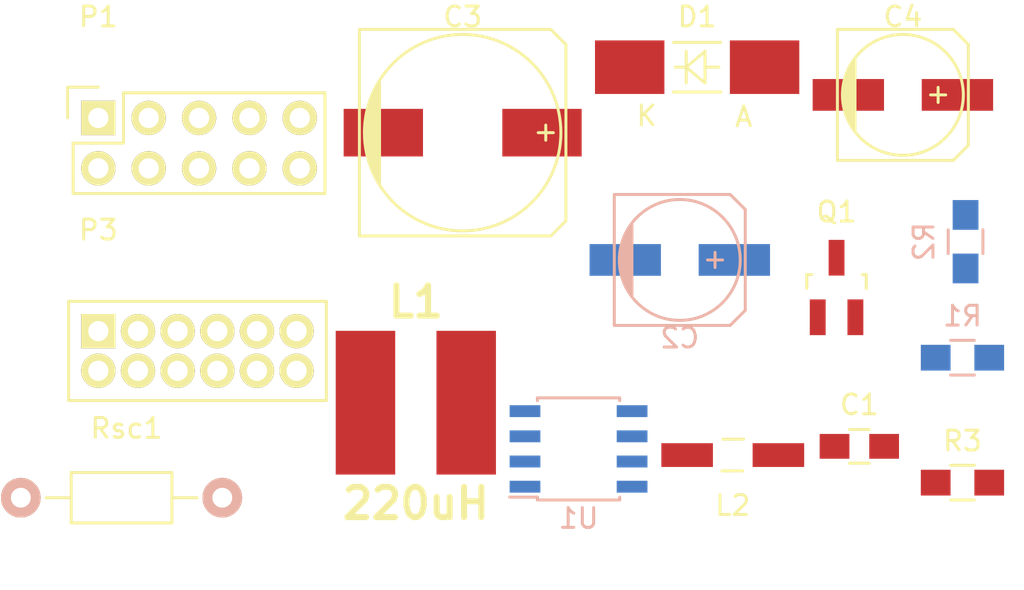
<source format=kicad_pcb>
(kicad_pcb (version 4) (host pcbnew "(2015-07-14 BZR 5938)-product")

  (general
    (links 29)
    (no_connects 29)
    (area 184.15 93.98 236.723333 124.14012)
    (thickness 1.6)
    (drawings 0)
    (tracks 0)
    (zones 0)
    (modules 15)
    (nets 11)
  )

  (page A4)
  (layers
    (0 F.Cu signal)
    (31 B.Cu signal)
    (32 B.Adhes user)
    (33 F.Adhes user)
    (34 B.Paste user)
    (35 F.Paste user)
    (36 B.SilkS user)
    (37 F.SilkS user)
    (38 B.Mask user)
    (39 F.Mask user)
    (40 Dwgs.User user)
    (41 Cmts.User user)
    (42 Eco1.User user)
    (43 Eco2.User user)
    (44 Edge.Cuts user)
    (45 Margin user)
    (46 B.CrtYd user)
    (47 F.CrtYd user)
    (48 B.Fab user)
    (49 F.Fab user)
  )

  (setup
    (last_trace_width 0.25)
    (trace_clearance 0.2)
    (zone_clearance 0.508)
    (zone_45_only no)
    (trace_min 0.2)
    (segment_width 0.2)
    (edge_width 0.1)
    (via_size 0.6)
    (via_drill 0.4)
    (via_min_size 0.4)
    (via_min_drill 0.3)
    (uvia_size 0.3)
    (uvia_drill 0.1)
    (uvias_allowed no)
    (uvia_min_size 0.2)
    (uvia_min_drill 0.1)
    (pcb_text_width 0.3)
    (pcb_text_size 1.5 1.5)
    (mod_edge_width 0.15)
    (mod_text_size 1 1)
    (mod_text_width 0.15)
    (pad_size 1.5 1.5)
    (pad_drill 0.6)
    (pad_to_mask_clearance 0)
    (aux_axis_origin 0 0)
    (visible_elements FFFFFF7F)
    (pcbplotparams
      (layerselection 0x00030_80000001)
      (usegerberextensions false)
      (excludeedgelayer true)
      (linewidth 0.020000)
      (plotframeref false)
      (viasonmask false)
      (mode 1)
      (useauxorigin false)
      (hpglpennumber 1)
      (hpglpenspeed 20)
      (hpglpendiameter 15)
      (hpglpenoverlay 2)
      (psnegative false)
      (psa4output false)
      (plotreference true)
      (plotvalue true)
      (plotinvisibletext false)
      (padsonsilk false)
      (subtractmaskfromsilk false)
      (outputformat 2)
      (mirror false)
      (drillshape 0)
      (scaleselection 1)
      (outputdirectory ""))
  )

  (net 0 "")
  (net 1 "Net-(C1-Pad1)")
  (net 2 GND)
  (net 3 +BATT)
  (net 4 "Net-(C3-Pad1)")
  (net 5 +3V3)
  (net 6 "Net-(D1-Pad1)")
  (net 7 /TX_OUT)
  (net 8 /TX_IN)
  (net 9 "Net-(R1-Pad1)")
  (net 10 "Net-(Rsc1-Pad2)")

  (net_class Default "This is the default net class."
    (clearance 0.2)
    (trace_width 0.25)
    (via_dia 0.6)
    (via_drill 0.4)
    (uvia_dia 0.3)
    (uvia_drill 0.1)
    (add_net +3V3)
    (add_net +BATT)
    (add_net /TX_IN)
    (add_net /TX_OUT)
    (add_net GND)
    (add_net "Net-(C1-Pad1)")
    (add_net "Net-(C3-Pad1)")
    (add_net "Net-(D1-Pad1)")
    (add_net "Net-(R1-Pad1)")
    (add_net "Net-(Rsc1-Pad2)")
  )

  (module Capacitors_SMD:C_0805_HandSoldering (layer F.Cu) (tedit 541A9B8D) (tstamp 55AAC343)
    (at 227.634524 116.765)
    (descr "Capacitor SMD 0805, hand soldering")
    (tags "capacitor 0805")
    (path /559E8F55)
    (attr smd)
    (fp_text reference C1 (at 0 -2.1) (layer F.SilkS)
      (effects (font (size 1 1) (thickness 0.15)))
    )
    (fp_text value 470pF (at 0 2.1) (layer F.Fab)
      (effects (font (size 1 1) (thickness 0.15)))
    )
    (fp_line (start -2.3 -1) (end 2.3 -1) (layer F.CrtYd) (width 0.05))
    (fp_line (start -2.3 1) (end 2.3 1) (layer F.CrtYd) (width 0.05))
    (fp_line (start -2.3 -1) (end -2.3 1) (layer F.CrtYd) (width 0.05))
    (fp_line (start 2.3 -1) (end 2.3 1) (layer F.CrtYd) (width 0.05))
    (fp_line (start 0.5 -0.85) (end -0.5 -0.85) (layer F.SilkS) (width 0.15))
    (fp_line (start -0.5 0.85) (end 0.5 0.85) (layer F.SilkS) (width 0.15))
    (pad 1 smd rect (at -1.25 0) (size 1.5 1.25) (layers F.Cu F.Paste F.Mask)
      (net 1 "Net-(C1-Pad1)"))
    (pad 2 smd rect (at 1.25 0) (size 1.5 1.25) (layers F.Cu F.Paste F.Mask)
      (net 2 GND))
    (model Capacitors_SMD.3dshapes/C_0805_HandSoldering.wrl
      (at (xyz 0 0 0))
      (scale (xyz 1 1 1))
      (rotate (xyz 0 0 0))
    )
  )

  (module Capacitors_SMD:c_elec_10x10.5 (layer F.Cu) (tedit 0) (tstamp 55AAC34F)
    (at 207.63075 100.947)
    (descr "SMT capacitor, aluminium electrolytic, 10x10.5")
    (path /559E91A2)
    (fp_text reference C3 (at 0 -5.842) (layer F.SilkS)
      (effects (font (size 1 1) (thickness 0.15)))
    )
    (fp_text value 470uF (at 0 5.842) (layer F.Fab)
      (effects (font (size 1 1) (thickness 0.15)))
    )
    (fp_line (start -4.826 1.016) (end -4.826 -1.016) (layer F.SilkS) (width 0.15))
    (fp_line (start -4.699 -1.397) (end -4.699 1.524) (layer F.SilkS) (width 0.15))
    (fp_line (start -4.572 1.778) (end -4.572 -1.778) (layer F.SilkS) (width 0.15))
    (fp_line (start -4.445 -2.159) (end -4.445 2.159) (layer F.SilkS) (width 0.15))
    (fp_line (start -4.318 2.413) (end -4.318 -2.413) (layer F.SilkS) (width 0.15))
    (fp_line (start -4.191 -2.54) (end -4.191 2.54) (layer F.SilkS) (width 0.15))
    (fp_circle (center 0 0) (end 4.953 0) (layer F.SilkS) (width 0.15))
    (fp_line (start -5.207 -5.207) (end -5.207 5.207) (layer F.SilkS) (width 0.15))
    (fp_line (start -5.207 5.207) (end 4.445 5.207) (layer F.SilkS) (width 0.15))
    (fp_line (start 4.445 5.207) (end 5.207 4.445) (layer F.SilkS) (width 0.15))
    (fp_line (start 5.207 4.445) (end 5.207 -4.445) (layer F.SilkS) (width 0.15))
    (fp_line (start 5.207 -4.445) (end 4.445 -5.207) (layer F.SilkS) (width 0.15))
    (fp_line (start 4.445 -5.207) (end -5.207 -5.207) (layer F.SilkS) (width 0.15))
    (fp_line (start 4.572 0) (end 3.81 0) (layer F.SilkS) (width 0.15))
    (fp_line (start 4.191 -0.381) (end 4.191 0.381) (layer F.SilkS) (width 0.15))
    (pad 1 smd rect (at 4.0005 0) (size 4.0005 2.4003) (layers F.Cu F.Paste F.Mask)
      (net 4 "Net-(C3-Pad1)"))
    (pad 2 smd rect (at -4.0005 0) (size 4.0005 2.4003) (layers F.Cu F.Paste F.Mask)
      (net 2 GND))
    (model Capacitors_SMD.3dshapes/c_elec_10x10.5.wrl
      (at (xyz 0 0 0))
      (scale (xyz 1 1 1))
      (rotate (xyz 0 0 0))
    )
  )

  (module Capacitors_SMD:c_elec_6.3x5.7 (layer F.Cu) (tedit 0) (tstamp 55AAC355)
    (at 229.83041 99.042)
    (descr "SMT capacitor, aluminium electrolytic, 6.3x5.7")
    (path /559EA0C0)
    (fp_text reference C4 (at 0 -3.937) (layer F.SilkS)
      (effects (font (size 1 1) (thickness 0.15)))
    )
    (fp_text value 100uF (at 0 3.81) (layer F.Fab)
      (effects (font (size 1 1) (thickness 0.15)))
    )
    (fp_line (start -2.921 -0.762) (end -2.921 0.762) (layer F.SilkS) (width 0.15))
    (fp_line (start -2.794 1.143) (end -2.794 -1.143) (layer F.SilkS) (width 0.15))
    (fp_line (start -2.667 -1.397) (end -2.667 1.397) (layer F.SilkS) (width 0.15))
    (fp_line (start -2.54 1.651) (end -2.54 -1.651) (layer F.SilkS) (width 0.15))
    (fp_line (start -2.413 -1.778) (end -2.413 1.778) (layer F.SilkS) (width 0.15))
    (fp_circle (center 0 0) (end -3.048 0) (layer F.SilkS) (width 0.15))
    (fp_line (start -3.302 -3.302) (end -3.302 3.302) (layer F.SilkS) (width 0.15))
    (fp_line (start -3.302 3.302) (end 2.54 3.302) (layer F.SilkS) (width 0.15))
    (fp_line (start 2.54 3.302) (end 3.302 2.54) (layer F.SilkS) (width 0.15))
    (fp_line (start 3.302 2.54) (end 3.302 -2.54) (layer F.SilkS) (width 0.15))
    (fp_line (start 3.302 -2.54) (end 2.54 -3.302) (layer F.SilkS) (width 0.15))
    (fp_line (start 2.54 -3.302) (end -3.302 -3.302) (layer F.SilkS) (width 0.15))
    (fp_line (start 2.159 0) (end 1.397 0) (layer F.SilkS) (width 0.15))
    (fp_line (start 1.778 -0.381) (end 1.778 0.381) (layer F.SilkS) (width 0.15))
    (pad 1 smd rect (at 2.75082 0) (size 3.59918 1.6002) (layers F.Cu F.Paste F.Mask)
      (net 5 +3V3))
    (pad 2 smd rect (at -2.75082 0) (size 3.59918 1.6002) (layers F.Cu F.Paste F.Mask)
      (net 2 GND))
    (model Capacitors_SMD.3dshapes/c_elec_6.3x5.7.wrl
      (at (xyz 0 0 0))
      (scale (xyz 1 1 1))
      (rotate (xyz 0 0 0))
    )
  )

  (module Diodes_SMD:Diode-MELF_Handsoldering (layer F.Cu) (tedit 552FE6B7) (tstamp 55AAC35B)
    (at 219.455001 97.645)
    (descr "Diode MELF Handsoldering")
    (tags "Diode MELF Handsoldering")
    (path /559E8CA1)
    (attr smd)
    (fp_text reference D1 (at 0 -2.54) (layer F.SilkS)
      (effects (font (size 1 1) (thickness 0.15)))
    )
    (fp_text value 1N5819 (at 0 3.81) (layer F.Fab)
      (effects (font (size 1 1) (thickness 0.15)))
    )
    (fp_line (start -5.4 -1.6) (end 5.4 -1.6) (layer F.CrtYd) (width 0.05))
    (fp_line (start 5.4 -1.6) (end 5.4 1.6) (layer F.CrtYd) (width 0.05))
    (fp_line (start 5.4 1.6) (end -5.4 1.6) (layer F.CrtYd) (width 0.05))
    (fp_line (start -5.4 1.6) (end -5.4 -1.6) (layer F.CrtYd) (width 0.05))
    (fp_line (start 0.39878 0) (end 1.09982 0) (layer F.SilkS) (width 0.15))
    (fp_line (start -0.55118 0) (end -1.09982 0) (layer F.SilkS) (width 0.15))
    (fp_line (start -0.55118 0) (end -0.55118 0.8001) (layer F.SilkS) (width 0.15))
    (fp_line (start -0.55118 0) (end -0.55118 -0.8001) (layer F.SilkS) (width 0.15))
    (fp_line (start -0.55118 0) (end 0.39878 -0.8001) (layer F.SilkS) (width 0.15))
    (fp_line (start 0.39878 -0.8001) (end 0.39878 0.8001) (layer F.SilkS) (width 0.15))
    (fp_line (start 0.39878 0.8001) (end -0.55118 0) (layer F.SilkS) (width 0.15))
    (fp_text user K (at -2.55 2.45) (layer F.SilkS)
      (effects (font (size 1 1) (thickness 0.15)))
    )
    (fp_text user A (at 2.35 2.5) (layer F.SilkS)
      (effects (font (size 1 1) (thickness 0.15)))
    )
    (fp_line (start -1.09982 -1.24968) (end -1.19888 -1.24968) (layer F.SilkS) (width 0.15))
    (fp_line (start -1.09982 1.24968) (end -1.19888 1.24968) (layer F.SilkS) (width 0.15))
    (fp_line (start 1.19888 -1.24968) (end -1.15062 -1.24968) (layer F.SilkS) (width 0.15))
    (fp_line (start 1.19888 1.24968) (end -1.04902 1.24968) (layer F.SilkS) (width 0.15))
    (pad 1 smd rect (at -3.40106 0) (size 3.50012 2.70002) (layers F.Cu F.Paste F.Mask)
      (net 6 "Net-(D1-Pad1)"))
    (pad 2 smd rect (at 3.40106 0) (size 3.50012 2.70002) (layers F.Cu F.Paste F.Mask)
      (net 2 GND))
    (model Diodes_SMD.3dshapes/Diode-MELF_Handsoldering.wrl
      (at (xyz 0 0 0))
      (scale (xyz 0.3937 0.3937 0.3937))
      (rotate (xyz 0 0 180))
    )
  )

  (module "DSMX Tx module adapter:SMT73" (layer F.Cu) (tedit 47B16F19) (tstamp 55AAC361)
    (at 205.26987 114.564)
    (path /559E8E91)
    (fp_text reference L1 (at 0 -5.08) (layer F.SilkS)
      (effects (font (thickness 0.3048)))
    )
    (fp_text value 220uH (at 0 5.08) (layer F.SilkS)
      (effects (font (thickness 0.3048)))
    )
    (pad 1 smd rect (at -2.54 0) (size 2.99974 7.24916) (layers F.Cu F.Paste F.Mask)
      (net 6 "Net-(D1-Pad1)"))
    (pad 2 smd rect (at 2.54 0) (size 2.99974 7.24916) (layers F.Cu F.Paste F.Mask)
      (net 4 "Net-(C3-Pad1)"))
    (model LR/SMT75.wrl
      (at (xyz 0 0 0))
      (scale (xyz 1 1 1))
      (rotate (xyz 0 0 0))
    )
  )

  (module Socket_Strips:Socket_Strip_Straight_2x05 (layer F.Cu) (tedit 0) (tstamp 55AAC375)
    (at 189.258333 100.205)
    (descr "Through hole socket strip")
    (tags "socket strip")
    (path /55A64D8F)
    (fp_text reference P1 (at 0 -5.1) (layer F.SilkS)
      (effects (font (size 1 1) (thickness 0.15)))
    )
    (fp_text value CONN_02X05 (at 0 -3.1) (layer F.Fab)
      (effects (font (size 1 1) (thickness 0.15)))
    )
    (fp_line (start -1.75 -1.75) (end -1.75 4.3) (layer F.CrtYd) (width 0.05))
    (fp_line (start 11.95 -1.75) (end 11.95 4.3) (layer F.CrtYd) (width 0.05))
    (fp_line (start -1.75 -1.75) (end 11.95 -1.75) (layer F.CrtYd) (width 0.05))
    (fp_line (start -1.75 4.3) (end 11.95 4.3) (layer F.CrtYd) (width 0.05))
    (fp_line (start -1.27 3.81) (end 11.43 3.81) (layer F.SilkS) (width 0.15))
    (fp_line (start 11.43 3.81) (end 11.43 -1.27) (layer F.SilkS) (width 0.15))
    (fp_line (start 11.43 -1.27) (end 1.27 -1.27) (layer F.SilkS) (width 0.15))
    (fp_line (start -1.27 3.81) (end -1.27 1.27) (layer F.SilkS) (width 0.15))
    (fp_line (start 0 -1.55) (end -1.55 -1.55) (layer F.SilkS) (width 0.15))
    (fp_line (start -1.27 1.27) (end 1.27 1.27) (layer F.SilkS) (width 0.15))
    (fp_line (start 1.27 1.27) (end 1.27 -1.27) (layer F.SilkS) (width 0.15))
    (fp_line (start -1.55 -1.55) (end -1.55 0) (layer F.SilkS) (width 0.15))
    (pad 1 thru_hole rect (at 0 0) (size 1.7272 1.7272) (drill 1.016) (layers *.Cu *.Mask F.SilkS)
      (net 7 /TX_OUT))
    (pad 2 thru_hole oval (at 0 2.54) (size 1.7272 1.7272) (drill 1.016) (layers *.Cu *.Mask F.SilkS))
    (pad 3 thru_hole oval (at 2.54 0) (size 1.7272 1.7272) (drill 1.016) (layers *.Cu *.Mask F.SilkS))
    (pad 4 thru_hole oval (at 2.54 2.54) (size 1.7272 1.7272) (drill 1.016) (layers *.Cu *.Mask F.SilkS))
    (pad 5 thru_hole oval (at 5.08 0) (size 1.7272 1.7272) (drill 1.016) (layers *.Cu *.Mask F.SilkS)
      (net 3 +BATT))
    (pad 6 thru_hole oval (at 5.08 2.54) (size 1.7272 1.7272) (drill 1.016) (layers *.Cu *.Mask F.SilkS))
    (pad 7 thru_hole oval (at 7.62 0) (size 1.7272 1.7272) (drill 1.016) (layers *.Cu *.Mask F.SilkS)
      (net 2 GND))
    (pad 8 thru_hole oval (at 7.62 2.54) (size 1.7272 1.7272) (drill 1.016) (layers *.Cu *.Mask F.SilkS))
    (pad 9 thru_hole oval (at 10.16 0) (size 1.7272 1.7272) (drill 1.016) (layers *.Cu *.Mask F.SilkS))
    (pad 10 thru_hole oval (at 10.16 2.54) (size 1.7272 1.7272) (drill 1.016) (layers *.Cu *.Mask F.SilkS))
    (model Socket_Strips.3dshapes/Socket_Strip_Straight_2x05.wrl
      (at (xyz 0.2 -0.05 0))
      (scale (xyz 1 1 1))
      (rotate (xyz 0 0 180))
    )
  )

  (module "DSMX Tx module adapter:Socket_Strip_Straight_2x06_pitch2mm" (layer F.Cu) (tedit 55AAC1DA) (tstamp 55AAC389)
    (at 189.258333 110.955)
    (descr "Through hole socket strip")
    (tags "socket strip")
    (path /559EAA41)
    (fp_text reference P3 (at 0 -5.1) (layer F.SilkS)
      (effects (font (size 1 1) (thickness 0.15)))
    )
    (fp_text value CONN_02X06 (at 0 -3.1) (layer F.Fab)
      (effects (font (size 1 1) (thickness 0.15)))
    )
    (fp_line (start -1.5 -1.5) (end 11.5 -1.5) (layer F.SilkS) (width 0.15))
    (fp_line (start 11.5 -1.5) (end 11.5 3.5) (layer F.SilkS) (width 0.15))
    (fp_line (start 11.5 3.5) (end -1.5 3.5) (layer F.SilkS) (width 0.15))
    (fp_line (start -1.5 3.5) (end -1.5 -1.5) (layer F.SilkS) (width 0.15))
    (pad 1 thru_hole rect (at 0 0) (size 1.7272 1.7272) (drill 1.016) (layers *.Cu *.Mask F.SilkS)
      (net 2 GND))
    (pad 2 thru_hole oval (at 0 2) (size 1.7272 1.7272) (drill 1.016) (layers *.Cu *.Mask F.SilkS))
    (pad 3 thru_hole oval (at 2 0) (size 1.7272 1.7272) (drill 1.016) (layers *.Cu *.Mask F.SilkS)
      (net 5 +3V3))
    (pad 4 thru_hole oval (at 2 2) (size 1.7272 1.7272) (drill 1.016) (layers *.Cu *.Mask F.SilkS))
    (pad 5 thru_hole oval (at 4 0) (size 1.7272 1.7272) (drill 1.016) (layers *.Cu *.Mask F.SilkS))
    (pad 6 thru_hole oval (at 4 2) (size 1.7272 1.7272) (drill 1.016) (layers *.Cu *.Mask F.SilkS))
    (pad 7 thru_hole oval (at 6 0) (size 1.7272 1.7272) (drill 1.016) (layers *.Cu *.Mask F.SilkS))
    (pad 8 thru_hole oval (at 6 2) (size 1.7272 1.7272) (drill 1.016) (layers *.Cu *.Mask F.SilkS))
    (pad 9 thru_hole oval (at 8 0) (size 1.7272 1.7272) (drill 1.016) (layers *.Cu *.Mask F.SilkS))
    (pad 10 thru_hole oval (at 8 2) (size 1.7272 1.7272) (drill 1.016) (layers *.Cu *.Mask F.SilkS))
    (pad 11 thru_hole oval (at 10 0) (size 1.7272 1.7272) (drill 1.016) (layers *.Cu *.Mask F.SilkS)
      (net 8 /TX_IN))
    (pad 12 thru_hole oval (at 10 2) (size 1.7272 1.7272) (drill 1.016) (layers *.Cu *.Mask F.SilkS))
    (model Socket_Strips.3dshapes/Socket_Strip_Straight_2x06.wrl
      (at (xyz 0.25 -0.05 0))
      (scale (xyz 1 1 1))
      (rotate (xyz 0 0 180))
    )
  )

  (module Housings_SOT-23_SOT-143_TSOT-6:SOT-23_Handsoldering (layer F.Cu) (tedit 54E9291B) (tstamp 55AAC390)
    (at 226.485952 108.755)
    (descr "SOT-23, Handsoldering")
    (tags SOT-23)
    (path /55A6130A)
    (attr smd)
    (fp_text reference Q1 (at 0 -3.81) (layer F.SilkS)
      (effects (font (size 1 1) (thickness 0.15)))
    )
    (fp_text value BSS138 (at 0 3.81) (layer F.Fab)
      (effects (font (size 1 1) (thickness 0.15)))
    )
    (fp_line (start -1.49982 0.0508) (end -1.49982 -0.65024) (layer F.SilkS) (width 0.15))
    (fp_line (start -1.49982 -0.65024) (end -1.2509 -0.65024) (layer F.SilkS) (width 0.15))
    (fp_line (start 1.29916 -0.65024) (end 1.49982 -0.65024) (layer F.SilkS) (width 0.15))
    (fp_line (start 1.49982 -0.65024) (end 1.49982 0.0508) (layer F.SilkS) (width 0.15))
    (pad 1 smd rect (at -0.95 1.50114) (size 0.8001 1.80086) (layers F.Cu F.Paste F.Mask)
      (net 8 /TX_IN))
    (pad 2 smd rect (at 0.95 1.50114) (size 0.8001 1.80086) (layers F.Cu F.Paste F.Mask)
      (net 5 +3V3))
    (pad 3 smd rect (at 0 -1.50114) (size 0.8001 1.80086) (layers F.Cu F.Paste F.Mask)
      (net 7 /TX_OUT))
    (model Housings_SOT-23_SOT-143_TSOT-6.3dshapes/SOT-23_Handsoldering.wrl
      (at (xyz 0 0 0))
      (scale (xyz 1 1 1))
      (rotate (xyz 0 0 0))
    )
  )

  (module Resistors_SMD:R_0805_HandSoldering (layer B.Cu) (tedit 54189DEE) (tstamp 55AAC396)
    (at 232.835001 112.295 180)
    (descr "Resistor SMD 0805, hand soldering")
    (tags "resistor 0805")
    (path /559E97F5)
    (attr smd)
    (fp_text reference R1 (at 0 2.1 180) (layer B.SilkS)
      (effects (font (size 1 1) (thickness 0.15)) (justify mirror))
    )
    (fp_text value 11k (at 0 -2.1 180) (layer B.Fab)
      (effects (font (size 1 1) (thickness 0.15)) (justify mirror))
    )
    (fp_line (start -2.4 1) (end 2.4 1) (layer B.CrtYd) (width 0.05))
    (fp_line (start -2.4 -1) (end 2.4 -1) (layer B.CrtYd) (width 0.05))
    (fp_line (start -2.4 1) (end -2.4 -1) (layer B.CrtYd) (width 0.05))
    (fp_line (start 2.4 1) (end 2.4 -1) (layer B.CrtYd) (width 0.05))
    (fp_line (start 0.6 -0.875) (end -0.6 -0.875) (layer B.SilkS) (width 0.15))
    (fp_line (start -0.6 0.875) (end 0.6 0.875) (layer B.SilkS) (width 0.15))
    (pad 1 smd rect (at -1.35 0 180) (size 1.5 1.3) (layers B.Cu B.Paste B.Mask)
      (net 9 "Net-(R1-Pad1)"))
    (pad 2 smd rect (at 1.35 0 180) (size 1.5 1.3) (layers B.Cu B.Paste B.Mask)
      (net 2 GND))
    (model Resistors_SMD.3dshapes/R_0805_HandSoldering.wrl
      (at (xyz 0 0 0))
      (scale (xyz 1 1 1))
      (rotate (xyz 0 0 0))
    )
  )

  (module Resistors_SMD:R_0805_HandSoldering (layer B.Cu) (tedit 54189DEE) (tstamp 55AAC39C)
    (at 232.99119 106.445001 270)
    (descr "Resistor SMD 0805, hand soldering")
    (tags "resistor 0805")
    (path /559E98CD)
    (attr smd)
    (fp_text reference R2 (at 0 2.1 270) (layer B.SilkS)
      (effects (font (size 1 1) (thickness 0.15)) (justify mirror))
    )
    (fp_text value 18k (at 0 -2.1 270) (layer B.Fab)
      (effects (font (size 1 1) (thickness 0.15)) (justify mirror))
    )
    (fp_line (start -2.4 1) (end 2.4 1) (layer B.CrtYd) (width 0.05))
    (fp_line (start -2.4 -1) (end 2.4 -1) (layer B.CrtYd) (width 0.05))
    (fp_line (start -2.4 1) (end -2.4 -1) (layer B.CrtYd) (width 0.05))
    (fp_line (start 2.4 1) (end 2.4 -1) (layer B.CrtYd) (width 0.05))
    (fp_line (start 0.6 -0.875) (end -0.6 -0.875) (layer B.SilkS) (width 0.15))
    (fp_line (start -0.6 0.875) (end 0.6 0.875) (layer B.SilkS) (width 0.15))
    (pad 1 smd rect (at -1.35 0 270) (size 1.5 1.3) (layers B.Cu B.Paste B.Mask)
      (net 4 "Net-(C3-Pad1)"))
    (pad 2 smd rect (at 1.35 0 270) (size 1.5 1.3) (layers B.Cu B.Paste B.Mask)
      (net 9 "Net-(R1-Pad1)"))
    (model Resistors_SMD.3dshapes/R_0805_HandSoldering.wrl
      (at (xyz 0 0 0))
      (scale (xyz 1 1 1))
      (rotate (xyz 0 0 0))
    )
  )

  (module Resistors_SMD:R_0805_HandSoldering (layer F.Cu) (tedit 54189DEE) (tstamp 55AAC3A2)
    (at 232.835001 118.595)
    (descr "Resistor SMD 0805, hand soldering")
    (tags "resistor 0805")
    (path /55A61B48)
    (attr smd)
    (fp_text reference R3 (at 0 -2.1) (layer F.SilkS)
      (effects (font (size 1 1) (thickness 0.15)))
    )
    (fp_text value 10k (at 0 2.1) (layer F.Fab)
      (effects (font (size 1 1) (thickness 0.15)))
    )
    (fp_line (start -2.4 -1) (end 2.4 -1) (layer F.CrtYd) (width 0.05))
    (fp_line (start -2.4 1) (end 2.4 1) (layer F.CrtYd) (width 0.05))
    (fp_line (start -2.4 -1) (end -2.4 1) (layer F.CrtYd) (width 0.05))
    (fp_line (start 2.4 -1) (end 2.4 1) (layer F.CrtYd) (width 0.05))
    (fp_line (start 0.6 0.875) (end -0.6 0.875) (layer F.SilkS) (width 0.15))
    (fp_line (start -0.6 -0.875) (end 0.6 -0.875) (layer F.SilkS) (width 0.15))
    (pad 1 smd rect (at -1.35 0) (size 1.5 1.3) (layers F.Cu F.Paste F.Mask)
      (net 5 +3V3))
    (pad 2 smd rect (at 1.35 0) (size 1.5 1.3) (layers F.Cu F.Paste F.Mask)
      (net 8 /TX_IN))
    (model Resistors_SMD.3dshapes/R_0805_HandSoldering.wrl
      (at (xyz 0 0 0))
      (scale (xyz 1 1 1))
      (rotate (xyz 0 0 0))
    )
  )

  (module Housings_SOIC:SOIC-8_3.9x4.9mm_Pitch1.27mm (layer B.Cu) (tedit 54130A77) (tstamp 55AAC3B4)
    (at 213.475001 116.895)
    (descr "8-Lead Plastic Small Outline (SN) - Narrow, 3.90 mm Body [SOIC] (see Microchip Packaging Specification 00000049BS.pdf)")
    (tags "SOIC 1.27")
    (path /559E785E)
    (attr smd)
    (fp_text reference U1 (at 0 3.5) (layer B.SilkS)
      (effects (font (size 1 1) (thickness 0.15)) (justify mirror))
    )
    (fp_text value MC34063 (at 0 -3.5) (layer B.Fab)
      (effects (font (size 1 1) (thickness 0.15)) (justify mirror))
    )
    (fp_line (start -3.75 2.75) (end -3.75 -2.75) (layer B.CrtYd) (width 0.05))
    (fp_line (start 3.75 2.75) (end 3.75 -2.75) (layer B.CrtYd) (width 0.05))
    (fp_line (start -3.75 2.75) (end 3.75 2.75) (layer B.CrtYd) (width 0.05))
    (fp_line (start -3.75 -2.75) (end 3.75 -2.75) (layer B.CrtYd) (width 0.05))
    (fp_line (start -2.075 2.575) (end -2.075 2.43) (layer B.SilkS) (width 0.15))
    (fp_line (start 2.075 2.575) (end 2.075 2.43) (layer B.SilkS) (width 0.15))
    (fp_line (start 2.075 -2.575) (end 2.075 -2.43) (layer B.SilkS) (width 0.15))
    (fp_line (start -2.075 -2.575) (end -2.075 -2.43) (layer B.SilkS) (width 0.15))
    (fp_line (start -2.075 2.575) (end 2.075 2.575) (layer B.SilkS) (width 0.15))
    (fp_line (start -2.075 -2.575) (end 2.075 -2.575) (layer B.SilkS) (width 0.15))
    (fp_line (start -2.075 2.43) (end -3.475 2.43) (layer B.SilkS) (width 0.15))
    (pad 1 smd rect (at -2.7 1.905) (size 1.55 0.6) (layers B.Cu B.Paste B.Mask)
      (net 10 "Net-(Rsc1-Pad2)"))
    (pad 2 smd rect (at -2.7 0.635) (size 1.55 0.6) (layers B.Cu B.Paste B.Mask)
      (net 6 "Net-(D1-Pad1)"))
    (pad 3 smd rect (at -2.7 -0.635) (size 1.55 0.6) (layers B.Cu B.Paste B.Mask)
      (net 1 "Net-(C1-Pad1)"))
    (pad 4 smd rect (at -2.7 -1.905) (size 1.55 0.6) (layers B.Cu B.Paste B.Mask)
      (net 2 GND))
    (pad 5 smd rect (at 2.7 -1.905) (size 1.55 0.6) (layers B.Cu B.Paste B.Mask)
      (net 9 "Net-(R1-Pad1)"))
    (pad 6 smd rect (at 2.7 -0.635) (size 1.55 0.6) (layers B.Cu B.Paste B.Mask)
      (net 3 +BATT))
    (pad 7 smd rect (at 2.7 0.635) (size 1.55 0.6) (layers B.Cu B.Paste B.Mask)
      (net 10 "Net-(Rsc1-Pad2)"))
    (pad 8 smd rect (at 2.7 1.905) (size 1.55 0.6) (layers B.Cu B.Paste B.Mask)
      (net 10 "Net-(Rsc1-Pad2)"))
    (model Housings_SOIC.3dshapes/SOIC-8_3.9x4.9mm_Pitch1.27mm.wrl
      (at (xyz 0 0 0))
      (scale (xyz 1 1 1))
      (rotate (xyz 0 0 0))
    )
  )

  (module Capacitors_SMD:c_elec_6.3x7.7 (layer B.Cu) (tedit 0) (tstamp 55ABF07F)
    (at 218.58041 107.365)
    (descr "SMT capacitor, aluminium electrolytic, 6.3x7.7")
    (path /559E8742)
    (fp_text reference C2 (at 0 3.937) (layer B.SilkS)
      (effects (font (size 1 1) (thickness 0.15)) (justify mirror))
    )
    (fp_text value 100uF (at 0 -3.81) (layer B.Fab)
      (effects (font (size 1 1) (thickness 0.15)) (justify mirror))
    )
    (fp_line (start -2.921 0.762) (end -2.921 -0.762) (layer B.SilkS) (width 0.15))
    (fp_line (start -2.794 -1.143) (end -2.794 1.143) (layer B.SilkS) (width 0.15))
    (fp_line (start -2.667 1.397) (end -2.667 -1.397) (layer B.SilkS) (width 0.15))
    (fp_line (start -2.54 -1.651) (end -2.54 1.651) (layer B.SilkS) (width 0.15))
    (fp_line (start -2.413 1.778) (end -2.413 -1.778) (layer B.SilkS) (width 0.15))
    (fp_circle (center 0 0) (end -3.048 0) (layer B.SilkS) (width 0.15))
    (fp_line (start -3.302 3.302) (end -3.302 -3.302) (layer B.SilkS) (width 0.15))
    (fp_line (start -3.302 -3.302) (end 2.54 -3.302) (layer B.SilkS) (width 0.15))
    (fp_line (start 2.54 -3.302) (end 3.302 -2.54) (layer B.SilkS) (width 0.15))
    (fp_line (start 3.302 -2.54) (end 3.302 2.54) (layer B.SilkS) (width 0.15))
    (fp_line (start 3.302 2.54) (end 2.54 3.302) (layer B.SilkS) (width 0.15))
    (fp_line (start 2.54 3.302) (end -3.302 3.302) (layer B.SilkS) (width 0.15))
    (fp_line (start 2.159 0) (end 1.397 0) (layer B.SilkS) (width 0.15))
    (fp_line (start 1.778 0.381) (end 1.778 -0.381) (layer B.SilkS) (width 0.15))
    (pad 1 smd rect (at 2.75082 0) (size 3.59918 1.6002) (layers B.Cu B.Paste B.Mask)
      (net 3 +BATT))
    (pad 2 smd rect (at -2.75082 0) (size 3.59918 1.6002) (layers B.Cu B.Paste B.Mask)
      (net 2 GND))
    (model Capacitors_SMD.3dshapes/c_elec_6.3x7.7.wrl
      (at (xyz 0 0 0))
      (scale (xyz 1 1 1))
      (rotate (xyz 0 0 0))
    )
  )

  (module Resistors_ThroughHole:Resistor_Horizontal_RM10mm (layer F.Cu) (tedit 53F56209) (tstamp 55ABF089)
    (at 190.42949 119.35512)
    (descr "Resistor, Axial,  RM 10mm, 1/3W,")
    (tags "Resistor, Axial, RM 10mm, 1/3W,")
    (path /559E7ABF)
    (fp_text reference Rsc1 (at 0.24892 -3.50012) (layer F.SilkS)
      (effects (font (size 1 1) (thickness 0.15)))
    )
    (fp_text value 0.3R (at 3.81 3.81) (layer F.Fab)
      (effects (font (size 1 1) (thickness 0.15)))
    )
    (fp_line (start -2.54 -1.27) (end 2.54 -1.27) (layer F.SilkS) (width 0.15))
    (fp_line (start 2.54 -1.27) (end 2.54 1.27) (layer F.SilkS) (width 0.15))
    (fp_line (start 2.54 1.27) (end -2.54 1.27) (layer F.SilkS) (width 0.15))
    (fp_line (start -2.54 1.27) (end -2.54 -1.27) (layer F.SilkS) (width 0.15))
    (fp_line (start -2.54 0) (end -3.81 0) (layer F.SilkS) (width 0.15))
    (fp_line (start 2.54 0) (end 3.81 0) (layer F.SilkS) (width 0.15))
    (pad 1 thru_hole circle (at -5.08 0) (size 1.99898 1.99898) (drill 1.00076) (layers *.Cu *.SilkS *.Mask)
      (net 3 +BATT))
    (pad 2 thru_hole circle (at 5.08 0) (size 1.99898 1.99898) (drill 1.00076) (layers *.Cu *.SilkS *.Mask)
      (net 10 "Net-(Rsc1-Pad2)"))
    (model Resistors_ThroughHole.3dshapes/Resistor_Horizontal_RM10mm.wrl
      (at (xyz 0 0 0))
      (scale (xyz 0.4 0.4 0.4))
      (rotate (xyz 0 0 0))
    )
  )

  (module Choke_SMD:Choke_SMD_1206_Handsoldering (layer F.Cu) (tedit 0) (tstamp 55ABF0A8)
    (at 221.25172 117.205 180)
    (descr "Choke, Drossel, SMD, 1206, Handsoldering,")
    (tags "Choke, Drossel, SMD, 1206, Handsoldering,")
    (path /559E9FF8)
    (attr smd)
    (fp_text reference L2 (at 0 -2.54 180) (layer F.SilkS)
      (effects (font (size 1 1) (thickness 0.15)))
    )
    (fp_text value 1uH (at 0 2.54 180) (layer F.Fab)
      (effects (font (size 1 1) (thickness 0.15)))
    )
    (fp_line (start -0.55118 0.8001) (end 0.50038 0.8001) (layer F.SilkS) (width 0.15))
    (fp_line (start 0.55118 -0.8001) (end -0.50038 -0.8001) (layer F.SilkS) (width 0.15))
    (pad 1 smd rect (at -2.30124 0 180) (size 2.59842 1.19888) (layers F.Cu F.Paste F.Mask)
      (net 4 "Net-(C3-Pad1)"))
    (pad 2 smd rect (at 2.30124 0 180) (size 2.60096 1.19888) (layers F.Cu F.Paste F.Mask)
      (net 5 +3V3))
  )

)

</source>
